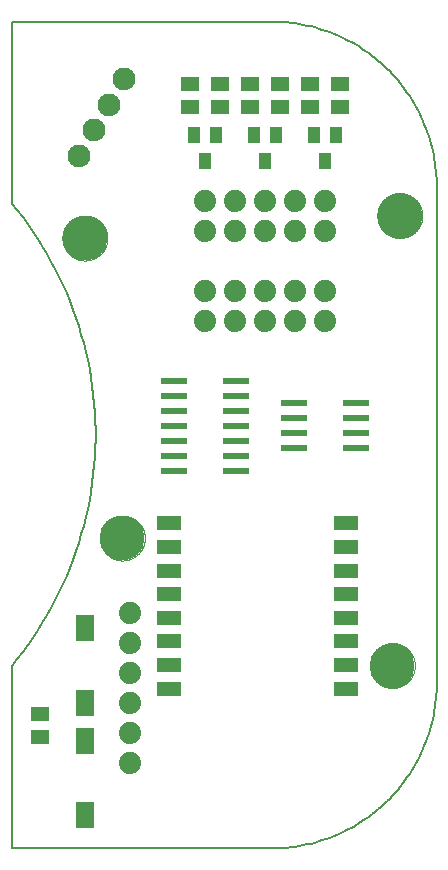
<source format=gts>
G75*
%MOIN*%
%OFA0B0*%
%FSLAX25Y25*%
%IPPOS*%
%LPD*%
%AMOC8*
5,1,8,0,0,1.08239X$1,22.5*
%
%ADD10C,0.00600*%
%ADD11C,0.00000*%
%ADD12C,0.15000*%
%ADD13C,0.07400*%
%ADD14R,0.05906X0.05118*%
%ADD15R,0.08661X0.02362*%
%ADD16C,0.07600*%
%ADD17R,0.07874X0.04724*%
%ADD18R,0.06299X0.09055*%
%ADD19R,0.03937X0.05512*%
D10*
X0044283Y0005655D02*
X0044283Y0066600D01*
X0044283Y0005655D02*
X0130869Y0005655D01*
X0132201Y0005671D01*
X0133532Y0005719D01*
X0134861Y0005800D01*
X0136189Y0005912D01*
X0137513Y0006057D01*
X0138833Y0006233D01*
X0140149Y0006442D01*
X0141459Y0006682D01*
X0142763Y0006954D01*
X0144060Y0007257D01*
X0145349Y0007591D01*
X0146630Y0007956D01*
X0147901Y0008353D01*
X0149163Y0008780D01*
X0150414Y0009237D01*
X0151654Y0009724D01*
X0152881Y0010241D01*
X0154096Y0010788D01*
X0155297Y0011364D01*
X0156484Y0011968D01*
X0157655Y0012602D01*
X0158812Y0013263D01*
X0159951Y0013952D01*
X0161074Y0014668D01*
X0162180Y0015412D01*
X0163267Y0016182D01*
X0164335Y0016977D01*
X0165383Y0017799D01*
X0166411Y0018645D01*
X0167419Y0019517D01*
X0168405Y0020412D01*
X0169370Y0021331D01*
X0170311Y0022272D01*
X0171230Y0023237D01*
X0172125Y0024223D01*
X0172997Y0025231D01*
X0173843Y0026259D01*
X0174665Y0027307D01*
X0175460Y0028375D01*
X0176230Y0029462D01*
X0176974Y0030568D01*
X0177690Y0031691D01*
X0178379Y0032830D01*
X0179040Y0033987D01*
X0179674Y0035158D01*
X0180278Y0036345D01*
X0180854Y0037546D01*
X0181401Y0038761D01*
X0181918Y0039988D01*
X0182405Y0041228D01*
X0182862Y0042479D01*
X0183289Y0043741D01*
X0183686Y0045012D01*
X0184051Y0046293D01*
X0184385Y0047582D01*
X0184688Y0048879D01*
X0184960Y0050183D01*
X0185200Y0051493D01*
X0185409Y0052809D01*
X0185585Y0054129D01*
X0185730Y0055453D01*
X0185842Y0056781D01*
X0185923Y0058110D01*
X0185971Y0059441D01*
X0185987Y0060773D01*
X0185987Y0226128D01*
X0185971Y0227460D01*
X0185923Y0228791D01*
X0185842Y0230120D01*
X0185730Y0231448D01*
X0185585Y0232772D01*
X0185409Y0234092D01*
X0185200Y0235408D01*
X0184960Y0236718D01*
X0184688Y0238022D01*
X0184385Y0239319D01*
X0184051Y0240608D01*
X0183686Y0241889D01*
X0183289Y0243160D01*
X0182862Y0244422D01*
X0182405Y0245673D01*
X0181918Y0246913D01*
X0181401Y0248140D01*
X0180854Y0249355D01*
X0180278Y0250556D01*
X0179674Y0251743D01*
X0179040Y0252914D01*
X0178379Y0254071D01*
X0177690Y0255210D01*
X0176974Y0256333D01*
X0176230Y0257439D01*
X0175460Y0258526D01*
X0174665Y0259594D01*
X0173843Y0260642D01*
X0172997Y0261670D01*
X0172125Y0262678D01*
X0171230Y0263664D01*
X0170311Y0264629D01*
X0169370Y0265570D01*
X0168405Y0266489D01*
X0167419Y0267384D01*
X0166411Y0268256D01*
X0165383Y0269102D01*
X0164335Y0269924D01*
X0163267Y0270719D01*
X0162180Y0271489D01*
X0161074Y0272233D01*
X0159951Y0272949D01*
X0158812Y0273638D01*
X0157655Y0274299D01*
X0156484Y0274933D01*
X0155297Y0275537D01*
X0154096Y0276113D01*
X0152881Y0276660D01*
X0151654Y0277177D01*
X0150414Y0277664D01*
X0149163Y0278121D01*
X0147901Y0278548D01*
X0146630Y0278945D01*
X0145349Y0279310D01*
X0144060Y0279644D01*
X0142763Y0279947D01*
X0141459Y0280219D01*
X0140149Y0280459D01*
X0138833Y0280668D01*
X0137513Y0280844D01*
X0136189Y0280989D01*
X0134861Y0281101D01*
X0133532Y0281182D01*
X0132201Y0281230D01*
X0130869Y0281246D01*
X0044283Y0281246D01*
X0044283Y0220606D01*
X0046142Y0218335D01*
X0047944Y0216019D01*
X0049689Y0213660D01*
X0051376Y0211259D01*
X0053004Y0208817D01*
X0054571Y0206336D01*
X0056077Y0203818D01*
X0057520Y0201263D01*
X0058901Y0198674D01*
X0060218Y0196052D01*
X0061471Y0193398D01*
X0062657Y0190714D01*
X0063778Y0188002D01*
X0064832Y0185264D01*
X0065819Y0182500D01*
X0066738Y0179713D01*
X0067588Y0176905D01*
X0068369Y0174076D01*
X0069081Y0171230D01*
X0069723Y0168366D01*
X0070294Y0165488D01*
X0070795Y0162597D01*
X0071224Y0159694D01*
X0071583Y0156781D01*
X0071870Y0153861D01*
X0072085Y0150935D01*
X0072229Y0148004D01*
X0072301Y0145070D01*
X0072301Y0142136D01*
X0072229Y0139202D01*
X0072085Y0136271D01*
X0071870Y0133345D01*
X0071583Y0130425D01*
X0071224Y0127512D01*
X0070795Y0124609D01*
X0070294Y0121718D01*
X0069723Y0118840D01*
X0069081Y0115976D01*
X0068369Y0113130D01*
X0067588Y0110301D01*
X0066738Y0107493D01*
X0065819Y0104706D01*
X0064832Y0101942D01*
X0063778Y0099204D01*
X0062657Y0096492D01*
X0061471Y0093808D01*
X0060218Y0091154D01*
X0058901Y0088532D01*
X0057520Y0085943D01*
X0056077Y0083388D01*
X0054571Y0080870D01*
X0053004Y0078389D01*
X0051376Y0075947D01*
X0049689Y0073546D01*
X0047944Y0071187D01*
X0046142Y0068871D01*
X0044283Y0066600D01*
D11*
X0073704Y0109100D02*
X0073706Y0109284D01*
X0073713Y0109468D01*
X0073724Y0109652D01*
X0073740Y0109835D01*
X0073760Y0110018D01*
X0073785Y0110200D01*
X0073814Y0110382D01*
X0073848Y0110563D01*
X0073886Y0110743D01*
X0073929Y0110922D01*
X0073976Y0111100D01*
X0074027Y0111277D01*
X0074083Y0111453D01*
X0074142Y0111627D01*
X0074207Y0111799D01*
X0074275Y0111970D01*
X0074347Y0112139D01*
X0074424Y0112307D01*
X0074505Y0112472D01*
X0074590Y0112635D01*
X0074678Y0112797D01*
X0074771Y0112956D01*
X0074868Y0113112D01*
X0074968Y0113267D01*
X0075072Y0113419D01*
X0075180Y0113568D01*
X0075291Y0113714D01*
X0075406Y0113858D01*
X0075525Y0113999D01*
X0075647Y0114137D01*
X0075772Y0114272D01*
X0075901Y0114403D01*
X0076032Y0114532D01*
X0076167Y0114657D01*
X0076305Y0114779D01*
X0076446Y0114898D01*
X0076590Y0115013D01*
X0076736Y0115124D01*
X0076885Y0115232D01*
X0077037Y0115336D01*
X0077192Y0115436D01*
X0077348Y0115533D01*
X0077507Y0115626D01*
X0077669Y0115714D01*
X0077832Y0115799D01*
X0077997Y0115880D01*
X0078165Y0115957D01*
X0078334Y0116029D01*
X0078505Y0116097D01*
X0078677Y0116162D01*
X0078851Y0116221D01*
X0079027Y0116277D01*
X0079204Y0116328D01*
X0079382Y0116375D01*
X0079561Y0116418D01*
X0079741Y0116456D01*
X0079922Y0116490D01*
X0080104Y0116519D01*
X0080286Y0116544D01*
X0080469Y0116564D01*
X0080652Y0116580D01*
X0080836Y0116591D01*
X0081020Y0116598D01*
X0081204Y0116600D01*
X0081388Y0116598D01*
X0081572Y0116591D01*
X0081756Y0116580D01*
X0081939Y0116564D01*
X0082122Y0116544D01*
X0082304Y0116519D01*
X0082486Y0116490D01*
X0082667Y0116456D01*
X0082847Y0116418D01*
X0083026Y0116375D01*
X0083204Y0116328D01*
X0083381Y0116277D01*
X0083557Y0116221D01*
X0083731Y0116162D01*
X0083903Y0116097D01*
X0084074Y0116029D01*
X0084243Y0115957D01*
X0084411Y0115880D01*
X0084576Y0115799D01*
X0084739Y0115714D01*
X0084901Y0115626D01*
X0085060Y0115533D01*
X0085216Y0115436D01*
X0085371Y0115336D01*
X0085523Y0115232D01*
X0085672Y0115124D01*
X0085818Y0115013D01*
X0085962Y0114898D01*
X0086103Y0114779D01*
X0086241Y0114657D01*
X0086376Y0114532D01*
X0086507Y0114403D01*
X0086636Y0114272D01*
X0086761Y0114137D01*
X0086883Y0113999D01*
X0087002Y0113858D01*
X0087117Y0113714D01*
X0087228Y0113568D01*
X0087336Y0113419D01*
X0087440Y0113267D01*
X0087540Y0113112D01*
X0087637Y0112956D01*
X0087730Y0112797D01*
X0087818Y0112635D01*
X0087903Y0112472D01*
X0087984Y0112307D01*
X0088061Y0112139D01*
X0088133Y0111970D01*
X0088201Y0111799D01*
X0088266Y0111627D01*
X0088325Y0111453D01*
X0088381Y0111277D01*
X0088432Y0111100D01*
X0088479Y0110922D01*
X0088522Y0110743D01*
X0088560Y0110563D01*
X0088594Y0110382D01*
X0088623Y0110200D01*
X0088648Y0110018D01*
X0088668Y0109835D01*
X0088684Y0109652D01*
X0088695Y0109468D01*
X0088702Y0109284D01*
X0088704Y0109100D01*
X0088702Y0108916D01*
X0088695Y0108732D01*
X0088684Y0108548D01*
X0088668Y0108365D01*
X0088648Y0108182D01*
X0088623Y0108000D01*
X0088594Y0107818D01*
X0088560Y0107637D01*
X0088522Y0107457D01*
X0088479Y0107278D01*
X0088432Y0107100D01*
X0088381Y0106923D01*
X0088325Y0106747D01*
X0088266Y0106573D01*
X0088201Y0106401D01*
X0088133Y0106230D01*
X0088061Y0106061D01*
X0087984Y0105893D01*
X0087903Y0105728D01*
X0087818Y0105565D01*
X0087730Y0105403D01*
X0087637Y0105244D01*
X0087540Y0105088D01*
X0087440Y0104933D01*
X0087336Y0104781D01*
X0087228Y0104632D01*
X0087117Y0104486D01*
X0087002Y0104342D01*
X0086883Y0104201D01*
X0086761Y0104063D01*
X0086636Y0103928D01*
X0086507Y0103797D01*
X0086376Y0103668D01*
X0086241Y0103543D01*
X0086103Y0103421D01*
X0085962Y0103302D01*
X0085818Y0103187D01*
X0085672Y0103076D01*
X0085523Y0102968D01*
X0085371Y0102864D01*
X0085216Y0102764D01*
X0085060Y0102667D01*
X0084901Y0102574D01*
X0084739Y0102486D01*
X0084576Y0102401D01*
X0084411Y0102320D01*
X0084243Y0102243D01*
X0084074Y0102171D01*
X0083903Y0102103D01*
X0083731Y0102038D01*
X0083557Y0101979D01*
X0083381Y0101923D01*
X0083204Y0101872D01*
X0083026Y0101825D01*
X0082847Y0101782D01*
X0082667Y0101744D01*
X0082486Y0101710D01*
X0082304Y0101681D01*
X0082122Y0101656D01*
X0081939Y0101636D01*
X0081756Y0101620D01*
X0081572Y0101609D01*
X0081388Y0101602D01*
X0081204Y0101600D01*
X0081020Y0101602D01*
X0080836Y0101609D01*
X0080652Y0101620D01*
X0080469Y0101636D01*
X0080286Y0101656D01*
X0080104Y0101681D01*
X0079922Y0101710D01*
X0079741Y0101744D01*
X0079561Y0101782D01*
X0079382Y0101825D01*
X0079204Y0101872D01*
X0079027Y0101923D01*
X0078851Y0101979D01*
X0078677Y0102038D01*
X0078505Y0102103D01*
X0078334Y0102171D01*
X0078165Y0102243D01*
X0077997Y0102320D01*
X0077832Y0102401D01*
X0077669Y0102486D01*
X0077507Y0102574D01*
X0077348Y0102667D01*
X0077192Y0102764D01*
X0077037Y0102864D01*
X0076885Y0102968D01*
X0076736Y0103076D01*
X0076590Y0103187D01*
X0076446Y0103302D01*
X0076305Y0103421D01*
X0076167Y0103543D01*
X0076032Y0103668D01*
X0075901Y0103797D01*
X0075772Y0103928D01*
X0075647Y0104063D01*
X0075525Y0104201D01*
X0075406Y0104342D01*
X0075291Y0104486D01*
X0075180Y0104632D01*
X0075072Y0104781D01*
X0074968Y0104933D01*
X0074868Y0105088D01*
X0074771Y0105244D01*
X0074678Y0105403D01*
X0074590Y0105565D01*
X0074505Y0105728D01*
X0074424Y0105893D01*
X0074347Y0106061D01*
X0074275Y0106230D01*
X0074207Y0106401D01*
X0074142Y0106573D01*
X0074083Y0106747D01*
X0074027Y0106923D01*
X0073976Y0107100D01*
X0073929Y0107278D01*
X0073886Y0107457D01*
X0073848Y0107637D01*
X0073814Y0107818D01*
X0073785Y0108000D01*
X0073760Y0108182D01*
X0073740Y0108365D01*
X0073724Y0108548D01*
X0073713Y0108732D01*
X0073706Y0108916D01*
X0073704Y0109100D01*
X0061204Y0209100D02*
X0061206Y0209284D01*
X0061213Y0209468D01*
X0061224Y0209652D01*
X0061240Y0209835D01*
X0061260Y0210018D01*
X0061285Y0210200D01*
X0061314Y0210382D01*
X0061348Y0210563D01*
X0061386Y0210743D01*
X0061429Y0210922D01*
X0061476Y0211100D01*
X0061527Y0211277D01*
X0061583Y0211453D01*
X0061642Y0211627D01*
X0061707Y0211799D01*
X0061775Y0211970D01*
X0061847Y0212139D01*
X0061924Y0212307D01*
X0062005Y0212472D01*
X0062090Y0212635D01*
X0062178Y0212797D01*
X0062271Y0212956D01*
X0062368Y0213112D01*
X0062468Y0213267D01*
X0062572Y0213419D01*
X0062680Y0213568D01*
X0062791Y0213714D01*
X0062906Y0213858D01*
X0063025Y0213999D01*
X0063147Y0214137D01*
X0063272Y0214272D01*
X0063401Y0214403D01*
X0063532Y0214532D01*
X0063667Y0214657D01*
X0063805Y0214779D01*
X0063946Y0214898D01*
X0064090Y0215013D01*
X0064236Y0215124D01*
X0064385Y0215232D01*
X0064537Y0215336D01*
X0064692Y0215436D01*
X0064848Y0215533D01*
X0065007Y0215626D01*
X0065169Y0215714D01*
X0065332Y0215799D01*
X0065497Y0215880D01*
X0065665Y0215957D01*
X0065834Y0216029D01*
X0066005Y0216097D01*
X0066177Y0216162D01*
X0066351Y0216221D01*
X0066527Y0216277D01*
X0066704Y0216328D01*
X0066882Y0216375D01*
X0067061Y0216418D01*
X0067241Y0216456D01*
X0067422Y0216490D01*
X0067604Y0216519D01*
X0067786Y0216544D01*
X0067969Y0216564D01*
X0068152Y0216580D01*
X0068336Y0216591D01*
X0068520Y0216598D01*
X0068704Y0216600D01*
X0068888Y0216598D01*
X0069072Y0216591D01*
X0069256Y0216580D01*
X0069439Y0216564D01*
X0069622Y0216544D01*
X0069804Y0216519D01*
X0069986Y0216490D01*
X0070167Y0216456D01*
X0070347Y0216418D01*
X0070526Y0216375D01*
X0070704Y0216328D01*
X0070881Y0216277D01*
X0071057Y0216221D01*
X0071231Y0216162D01*
X0071403Y0216097D01*
X0071574Y0216029D01*
X0071743Y0215957D01*
X0071911Y0215880D01*
X0072076Y0215799D01*
X0072239Y0215714D01*
X0072401Y0215626D01*
X0072560Y0215533D01*
X0072716Y0215436D01*
X0072871Y0215336D01*
X0073023Y0215232D01*
X0073172Y0215124D01*
X0073318Y0215013D01*
X0073462Y0214898D01*
X0073603Y0214779D01*
X0073741Y0214657D01*
X0073876Y0214532D01*
X0074007Y0214403D01*
X0074136Y0214272D01*
X0074261Y0214137D01*
X0074383Y0213999D01*
X0074502Y0213858D01*
X0074617Y0213714D01*
X0074728Y0213568D01*
X0074836Y0213419D01*
X0074940Y0213267D01*
X0075040Y0213112D01*
X0075137Y0212956D01*
X0075230Y0212797D01*
X0075318Y0212635D01*
X0075403Y0212472D01*
X0075484Y0212307D01*
X0075561Y0212139D01*
X0075633Y0211970D01*
X0075701Y0211799D01*
X0075766Y0211627D01*
X0075825Y0211453D01*
X0075881Y0211277D01*
X0075932Y0211100D01*
X0075979Y0210922D01*
X0076022Y0210743D01*
X0076060Y0210563D01*
X0076094Y0210382D01*
X0076123Y0210200D01*
X0076148Y0210018D01*
X0076168Y0209835D01*
X0076184Y0209652D01*
X0076195Y0209468D01*
X0076202Y0209284D01*
X0076204Y0209100D01*
X0076202Y0208916D01*
X0076195Y0208732D01*
X0076184Y0208548D01*
X0076168Y0208365D01*
X0076148Y0208182D01*
X0076123Y0208000D01*
X0076094Y0207818D01*
X0076060Y0207637D01*
X0076022Y0207457D01*
X0075979Y0207278D01*
X0075932Y0207100D01*
X0075881Y0206923D01*
X0075825Y0206747D01*
X0075766Y0206573D01*
X0075701Y0206401D01*
X0075633Y0206230D01*
X0075561Y0206061D01*
X0075484Y0205893D01*
X0075403Y0205728D01*
X0075318Y0205565D01*
X0075230Y0205403D01*
X0075137Y0205244D01*
X0075040Y0205088D01*
X0074940Y0204933D01*
X0074836Y0204781D01*
X0074728Y0204632D01*
X0074617Y0204486D01*
X0074502Y0204342D01*
X0074383Y0204201D01*
X0074261Y0204063D01*
X0074136Y0203928D01*
X0074007Y0203797D01*
X0073876Y0203668D01*
X0073741Y0203543D01*
X0073603Y0203421D01*
X0073462Y0203302D01*
X0073318Y0203187D01*
X0073172Y0203076D01*
X0073023Y0202968D01*
X0072871Y0202864D01*
X0072716Y0202764D01*
X0072560Y0202667D01*
X0072401Y0202574D01*
X0072239Y0202486D01*
X0072076Y0202401D01*
X0071911Y0202320D01*
X0071743Y0202243D01*
X0071574Y0202171D01*
X0071403Y0202103D01*
X0071231Y0202038D01*
X0071057Y0201979D01*
X0070881Y0201923D01*
X0070704Y0201872D01*
X0070526Y0201825D01*
X0070347Y0201782D01*
X0070167Y0201744D01*
X0069986Y0201710D01*
X0069804Y0201681D01*
X0069622Y0201656D01*
X0069439Y0201636D01*
X0069256Y0201620D01*
X0069072Y0201609D01*
X0068888Y0201602D01*
X0068704Y0201600D01*
X0068520Y0201602D01*
X0068336Y0201609D01*
X0068152Y0201620D01*
X0067969Y0201636D01*
X0067786Y0201656D01*
X0067604Y0201681D01*
X0067422Y0201710D01*
X0067241Y0201744D01*
X0067061Y0201782D01*
X0066882Y0201825D01*
X0066704Y0201872D01*
X0066527Y0201923D01*
X0066351Y0201979D01*
X0066177Y0202038D01*
X0066005Y0202103D01*
X0065834Y0202171D01*
X0065665Y0202243D01*
X0065497Y0202320D01*
X0065332Y0202401D01*
X0065169Y0202486D01*
X0065007Y0202574D01*
X0064848Y0202667D01*
X0064692Y0202764D01*
X0064537Y0202864D01*
X0064385Y0202968D01*
X0064236Y0203076D01*
X0064090Y0203187D01*
X0063946Y0203302D01*
X0063805Y0203421D01*
X0063667Y0203543D01*
X0063532Y0203668D01*
X0063401Y0203797D01*
X0063272Y0203928D01*
X0063147Y0204063D01*
X0063025Y0204201D01*
X0062906Y0204342D01*
X0062791Y0204486D01*
X0062680Y0204632D01*
X0062572Y0204781D01*
X0062468Y0204933D01*
X0062368Y0205088D01*
X0062271Y0205244D01*
X0062178Y0205403D01*
X0062090Y0205565D01*
X0062005Y0205728D01*
X0061924Y0205893D01*
X0061847Y0206061D01*
X0061775Y0206230D01*
X0061707Y0206401D01*
X0061642Y0206573D01*
X0061583Y0206747D01*
X0061527Y0206923D01*
X0061476Y0207100D01*
X0061429Y0207278D01*
X0061386Y0207457D01*
X0061348Y0207637D01*
X0061314Y0207818D01*
X0061285Y0208000D01*
X0061260Y0208182D01*
X0061240Y0208365D01*
X0061224Y0208548D01*
X0061213Y0208732D01*
X0061206Y0208916D01*
X0061204Y0209100D01*
X0163704Y0066600D02*
X0163706Y0066784D01*
X0163713Y0066968D01*
X0163724Y0067152D01*
X0163740Y0067335D01*
X0163760Y0067518D01*
X0163785Y0067700D01*
X0163814Y0067882D01*
X0163848Y0068063D01*
X0163886Y0068243D01*
X0163929Y0068422D01*
X0163976Y0068600D01*
X0164027Y0068777D01*
X0164083Y0068953D01*
X0164142Y0069127D01*
X0164207Y0069299D01*
X0164275Y0069470D01*
X0164347Y0069639D01*
X0164424Y0069807D01*
X0164505Y0069972D01*
X0164590Y0070135D01*
X0164678Y0070297D01*
X0164771Y0070456D01*
X0164868Y0070612D01*
X0164968Y0070767D01*
X0165072Y0070919D01*
X0165180Y0071068D01*
X0165291Y0071214D01*
X0165406Y0071358D01*
X0165525Y0071499D01*
X0165647Y0071637D01*
X0165772Y0071772D01*
X0165901Y0071903D01*
X0166032Y0072032D01*
X0166167Y0072157D01*
X0166305Y0072279D01*
X0166446Y0072398D01*
X0166590Y0072513D01*
X0166736Y0072624D01*
X0166885Y0072732D01*
X0167037Y0072836D01*
X0167192Y0072936D01*
X0167348Y0073033D01*
X0167507Y0073126D01*
X0167669Y0073214D01*
X0167832Y0073299D01*
X0167997Y0073380D01*
X0168165Y0073457D01*
X0168334Y0073529D01*
X0168505Y0073597D01*
X0168677Y0073662D01*
X0168851Y0073721D01*
X0169027Y0073777D01*
X0169204Y0073828D01*
X0169382Y0073875D01*
X0169561Y0073918D01*
X0169741Y0073956D01*
X0169922Y0073990D01*
X0170104Y0074019D01*
X0170286Y0074044D01*
X0170469Y0074064D01*
X0170652Y0074080D01*
X0170836Y0074091D01*
X0171020Y0074098D01*
X0171204Y0074100D01*
X0171388Y0074098D01*
X0171572Y0074091D01*
X0171756Y0074080D01*
X0171939Y0074064D01*
X0172122Y0074044D01*
X0172304Y0074019D01*
X0172486Y0073990D01*
X0172667Y0073956D01*
X0172847Y0073918D01*
X0173026Y0073875D01*
X0173204Y0073828D01*
X0173381Y0073777D01*
X0173557Y0073721D01*
X0173731Y0073662D01*
X0173903Y0073597D01*
X0174074Y0073529D01*
X0174243Y0073457D01*
X0174411Y0073380D01*
X0174576Y0073299D01*
X0174739Y0073214D01*
X0174901Y0073126D01*
X0175060Y0073033D01*
X0175216Y0072936D01*
X0175371Y0072836D01*
X0175523Y0072732D01*
X0175672Y0072624D01*
X0175818Y0072513D01*
X0175962Y0072398D01*
X0176103Y0072279D01*
X0176241Y0072157D01*
X0176376Y0072032D01*
X0176507Y0071903D01*
X0176636Y0071772D01*
X0176761Y0071637D01*
X0176883Y0071499D01*
X0177002Y0071358D01*
X0177117Y0071214D01*
X0177228Y0071068D01*
X0177336Y0070919D01*
X0177440Y0070767D01*
X0177540Y0070612D01*
X0177637Y0070456D01*
X0177730Y0070297D01*
X0177818Y0070135D01*
X0177903Y0069972D01*
X0177984Y0069807D01*
X0178061Y0069639D01*
X0178133Y0069470D01*
X0178201Y0069299D01*
X0178266Y0069127D01*
X0178325Y0068953D01*
X0178381Y0068777D01*
X0178432Y0068600D01*
X0178479Y0068422D01*
X0178522Y0068243D01*
X0178560Y0068063D01*
X0178594Y0067882D01*
X0178623Y0067700D01*
X0178648Y0067518D01*
X0178668Y0067335D01*
X0178684Y0067152D01*
X0178695Y0066968D01*
X0178702Y0066784D01*
X0178704Y0066600D01*
X0178702Y0066416D01*
X0178695Y0066232D01*
X0178684Y0066048D01*
X0178668Y0065865D01*
X0178648Y0065682D01*
X0178623Y0065500D01*
X0178594Y0065318D01*
X0178560Y0065137D01*
X0178522Y0064957D01*
X0178479Y0064778D01*
X0178432Y0064600D01*
X0178381Y0064423D01*
X0178325Y0064247D01*
X0178266Y0064073D01*
X0178201Y0063901D01*
X0178133Y0063730D01*
X0178061Y0063561D01*
X0177984Y0063393D01*
X0177903Y0063228D01*
X0177818Y0063065D01*
X0177730Y0062903D01*
X0177637Y0062744D01*
X0177540Y0062588D01*
X0177440Y0062433D01*
X0177336Y0062281D01*
X0177228Y0062132D01*
X0177117Y0061986D01*
X0177002Y0061842D01*
X0176883Y0061701D01*
X0176761Y0061563D01*
X0176636Y0061428D01*
X0176507Y0061297D01*
X0176376Y0061168D01*
X0176241Y0061043D01*
X0176103Y0060921D01*
X0175962Y0060802D01*
X0175818Y0060687D01*
X0175672Y0060576D01*
X0175523Y0060468D01*
X0175371Y0060364D01*
X0175216Y0060264D01*
X0175060Y0060167D01*
X0174901Y0060074D01*
X0174739Y0059986D01*
X0174576Y0059901D01*
X0174411Y0059820D01*
X0174243Y0059743D01*
X0174074Y0059671D01*
X0173903Y0059603D01*
X0173731Y0059538D01*
X0173557Y0059479D01*
X0173381Y0059423D01*
X0173204Y0059372D01*
X0173026Y0059325D01*
X0172847Y0059282D01*
X0172667Y0059244D01*
X0172486Y0059210D01*
X0172304Y0059181D01*
X0172122Y0059156D01*
X0171939Y0059136D01*
X0171756Y0059120D01*
X0171572Y0059109D01*
X0171388Y0059102D01*
X0171204Y0059100D01*
X0171020Y0059102D01*
X0170836Y0059109D01*
X0170652Y0059120D01*
X0170469Y0059136D01*
X0170286Y0059156D01*
X0170104Y0059181D01*
X0169922Y0059210D01*
X0169741Y0059244D01*
X0169561Y0059282D01*
X0169382Y0059325D01*
X0169204Y0059372D01*
X0169027Y0059423D01*
X0168851Y0059479D01*
X0168677Y0059538D01*
X0168505Y0059603D01*
X0168334Y0059671D01*
X0168165Y0059743D01*
X0167997Y0059820D01*
X0167832Y0059901D01*
X0167669Y0059986D01*
X0167507Y0060074D01*
X0167348Y0060167D01*
X0167192Y0060264D01*
X0167037Y0060364D01*
X0166885Y0060468D01*
X0166736Y0060576D01*
X0166590Y0060687D01*
X0166446Y0060802D01*
X0166305Y0060921D01*
X0166167Y0061043D01*
X0166032Y0061168D01*
X0165901Y0061297D01*
X0165772Y0061428D01*
X0165647Y0061563D01*
X0165525Y0061701D01*
X0165406Y0061842D01*
X0165291Y0061986D01*
X0165180Y0062132D01*
X0165072Y0062281D01*
X0164968Y0062433D01*
X0164868Y0062588D01*
X0164771Y0062744D01*
X0164678Y0062903D01*
X0164590Y0063065D01*
X0164505Y0063228D01*
X0164424Y0063393D01*
X0164347Y0063561D01*
X0164275Y0063730D01*
X0164207Y0063901D01*
X0164142Y0064073D01*
X0164083Y0064247D01*
X0164027Y0064423D01*
X0163976Y0064600D01*
X0163929Y0064778D01*
X0163886Y0064957D01*
X0163848Y0065137D01*
X0163814Y0065318D01*
X0163785Y0065500D01*
X0163760Y0065682D01*
X0163740Y0065865D01*
X0163724Y0066048D01*
X0163713Y0066232D01*
X0163706Y0066416D01*
X0163704Y0066600D01*
X0166204Y0216600D02*
X0166206Y0216784D01*
X0166213Y0216968D01*
X0166224Y0217152D01*
X0166240Y0217335D01*
X0166260Y0217518D01*
X0166285Y0217700D01*
X0166314Y0217882D01*
X0166348Y0218063D01*
X0166386Y0218243D01*
X0166429Y0218422D01*
X0166476Y0218600D01*
X0166527Y0218777D01*
X0166583Y0218953D01*
X0166642Y0219127D01*
X0166707Y0219299D01*
X0166775Y0219470D01*
X0166847Y0219639D01*
X0166924Y0219807D01*
X0167005Y0219972D01*
X0167090Y0220135D01*
X0167178Y0220297D01*
X0167271Y0220456D01*
X0167368Y0220612D01*
X0167468Y0220767D01*
X0167572Y0220919D01*
X0167680Y0221068D01*
X0167791Y0221214D01*
X0167906Y0221358D01*
X0168025Y0221499D01*
X0168147Y0221637D01*
X0168272Y0221772D01*
X0168401Y0221903D01*
X0168532Y0222032D01*
X0168667Y0222157D01*
X0168805Y0222279D01*
X0168946Y0222398D01*
X0169090Y0222513D01*
X0169236Y0222624D01*
X0169385Y0222732D01*
X0169537Y0222836D01*
X0169692Y0222936D01*
X0169848Y0223033D01*
X0170007Y0223126D01*
X0170169Y0223214D01*
X0170332Y0223299D01*
X0170497Y0223380D01*
X0170665Y0223457D01*
X0170834Y0223529D01*
X0171005Y0223597D01*
X0171177Y0223662D01*
X0171351Y0223721D01*
X0171527Y0223777D01*
X0171704Y0223828D01*
X0171882Y0223875D01*
X0172061Y0223918D01*
X0172241Y0223956D01*
X0172422Y0223990D01*
X0172604Y0224019D01*
X0172786Y0224044D01*
X0172969Y0224064D01*
X0173152Y0224080D01*
X0173336Y0224091D01*
X0173520Y0224098D01*
X0173704Y0224100D01*
X0173888Y0224098D01*
X0174072Y0224091D01*
X0174256Y0224080D01*
X0174439Y0224064D01*
X0174622Y0224044D01*
X0174804Y0224019D01*
X0174986Y0223990D01*
X0175167Y0223956D01*
X0175347Y0223918D01*
X0175526Y0223875D01*
X0175704Y0223828D01*
X0175881Y0223777D01*
X0176057Y0223721D01*
X0176231Y0223662D01*
X0176403Y0223597D01*
X0176574Y0223529D01*
X0176743Y0223457D01*
X0176911Y0223380D01*
X0177076Y0223299D01*
X0177239Y0223214D01*
X0177401Y0223126D01*
X0177560Y0223033D01*
X0177716Y0222936D01*
X0177871Y0222836D01*
X0178023Y0222732D01*
X0178172Y0222624D01*
X0178318Y0222513D01*
X0178462Y0222398D01*
X0178603Y0222279D01*
X0178741Y0222157D01*
X0178876Y0222032D01*
X0179007Y0221903D01*
X0179136Y0221772D01*
X0179261Y0221637D01*
X0179383Y0221499D01*
X0179502Y0221358D01*
X0179617Y0221214D01*
X0179728Y0221068D01*
X0179836Y0220919D01*
X0179940Y0220767D01*
X0180040Y0220612D01*
X0180137Y0220456D01*
X0180230Y0220297D01*
X0180318Y0220135D01*
X0180403Y0219972D01*
X0180484Y0219807D01*
X0180561Y0219639D01*
X0180633Y0219470D01*
X0180701Y0219299D01*
X0180766Y0219127D01*
X0180825Y0218953D01*
X0180881Y0218777D01*
X0180932Y0218600D01*
X0180979Y0218422D01*
X0181022Y0218243D01*
X0181060Y0218063D01*
X0181094Y0217882D01*
X0181123Y0217700D01*
X0181148Y0217518D01*
X0181168Y0217335D01*
X0181184Y0217152D01*
X0181195Y0216968D01*
X0181202Y0216784D01*
X0181204Y0216600D01*
X0181202Y0216416D01*
X0181195Y0216232D01*
X0181184Y0216048D01*
X0181168Y0215865D01*
X0181148Y0215682D01*
X0181123Y0215500D01*
X0181094Y0215318D01*
X0181060Y0215137D01*
X0181022Y0214957D01*
X0180979Y0214778D01*
X0180932Y0214600D01*
X0180881Y0214423D01*
X0180825Y0214247D01*
X0180766Y0214073D01*
X0180701Y0213901D01*
X0180633Y0213730D01*
X0180561Y0213561D01*
X0180484Y0213393D01*
X0180403Y0213228D01*
X0180318Y0213065D01*
X0180230Y0212903D01*
X0180137Y0212744D01*
X0180040Y0212588D01*
X0179940Y0212433D01*
X0179836Y0212281D01*
X0179728Y0212132D01*
X0179617Y0211986D01*
X0179502Y0211842D01*
X0179383Y0211701D01*
X0179261Y0211563D01*
X0179136Y0211428D01*
X0179007Y0211297D01*
X0178876Y0211168D01*
X0178741Y0211043D01*
X0178603Y0210921D01*
X0178462Y0210802D01*
X0178318Y0210687D01*
X0178172Y0210576D01*
X0178023Y0210468D01*
X0177871Y0210364D01*
X0177716Y0210264D01*
X0177560Y0210167D01*
X0177401Y0210074D01*
X0177239Y0209986D01*
X0177076Y0209901D01*
X0176911Y0209820D01*
X0176743Y0209743D01*
X0176574Y0209671D01*
X0176403Y0209603D01*
X0176231Y0209538D01*
X0176057Y0209479D01*
X0175881Y0209423D01*
X0175704Y0209372D01*
X0175526Y0209325D01*
X0175347Y0209282D01*
X0175167Y0209244D01*
X0174986Y0209210D01*
X0174804Y0209181D01*
X0174622Y0209156D01*
X0174439Y0209136D01*
X0174256Y0209120D01*
X0174072Y0209109D01*
X0173888Y0209102D01*
X0173704Y0209100D01*
X0173520Y0209102D01*
X0173336Y0209109D01*
X0173152Y0209120D01*
X0172969Y0209136D01*
X0172786Y0209156D01*
X0172604Y0209181D01*
X0172422Y0209210D01*
X0172241Y0209244D01*
X0172061Y0209282D01*
X0171882Y0209325D01*
X0171704Y0209372D01*
X0171527Y0209423D01*
X0171351Y0209479D01*
X0171177Y0209538D01*
X0171005Y0209603D01*
X0170834Y0209671D01*
X0170665Y0209743D01*
X0170497Y0209820D01*
X0170332Y0209901D01*
X0170169Y0209986D01*
X0170007Y0210074D01*
X0169848Y0210167D01*
X0169692Y0210264D01*
X0169537Y0210364D01*
X0169385Y0210468D01*
X0169236Y0210576D01*
X0169090Y0210687D01*
X0168946Y0210802D01*
X0168805Y0210921D01*
X0168667Y0211043D01*
X0168532Y0211168D01*
X0168401Y0211297D01*
X0168272Y0211428D01*
X0168147Y0211563D01*
X0168025Y0211701D01*
X0167906Y0211842D01*
X0167791Y0211986D01*
X0167680Y0212132D01*
X0167572Y0212281D01*
X0167468Y0212433D01*
X0167368Y0212588D01*
X0167271Y0212744D01*
X0167178Y0212903D01*
X0167090Y0213065D01*
X0167005Y0213228D01*
X0166924Y0213393D01*
X0166847Y0213561D01*
X0166775Y0213730D01*
X0166707Y0213901D01*
X0166642Y0214073D01*
X0166583Y0214247D01*
X0166527Y0214423D01*
X0166476Y0214600D01*
X0166429Y0214778D01*
X0166386Y0214957D01*
X0166348Y0215137D01*
X0166314Y0215318D01*
X0166285Y0215500D01*
X0166260Y0215682D01*
X0166240Y0215865D01*
X0166224Y0216048D01*
X0166213Y0216232D01*
X0166206Y0216416D01*
X0166204Y0216600D01*
D12*
X0173704Y0216600D03*
X0081204Y0109100D03*
X0068704Y0209100D03*
X0171204Y0066600D03*
D13*
X0148704Y0181600D03*
X0148704Y0191600D03*
X0138704Y0191600D03*
X0138704Y0181600D03*
X0128704Y0181600D03*
X0128704Y0191600D03*
X0118704Y0191600D03*
X0118704Y0181600D03*
X0108704Y0181600D03*
X0108704Y0191600D03*
X0108704Y0211600D03*
X0108704Y0221600D03*
X0118704Y0221600D03*
X0118704Y0211600D03*
X0128704Y0211600D03*
X0128704Y0221600D03*
X0138704Y0221600D03*
X0138704Y0211600D03*
X0148704Y0211600D03*
X0148704Y0221600D03*
X0083704Y0084100D03*
X0083704Y0074100D03*
X0083704Y0064100D03*
X0083704Y0054100D03*
X0083704Y0044100D03*
X0083704Y0034100D03*
D14*
X0053704Y0042860D03*
X0053704Y0050340D03*
X0103704Y0252860D03*
X0103704Y0260340D03*
X0113704Y0260340D03*
X0113704Y0252860D03*
X0123704Y0252860D03*
X0123704Y0260340D03*
X0133704Y0260340D03*
X0133704Y0252860D03*
X0143704Y0252860D03*
X0143704Y0260340D03*
X0153704Y0260340D03*
X0153704Y0252860D03*
D15*
X0118940Y0161600D03*
X0118940Y0156600D03*
X0118940Y0151600D03*
X0118940Y0146600D03*
X0118940Y0141600D03*
X0118940Y0136600D03*
X0118940Y0131600D03*
X0138468Y0139100D03*
X0138468Y0144100D03*
X0138468Y0149100D03*
X0138468Y0154100D03*
X0158940Y0154100D03*
X0158940Y0149100D03*
X0158940Y0144100D03*
X0158940Y0139100D03*
X0098468Y0136600D03*
X0098468Y0131600D03*
X0098468Y0141600D03*
X0098468Y0146600D03*
X0098468Y0151600D03*
X0098468Y0156600D03*
X0098468Y0161600D03*
D16*
X0066874Y0236289D03*
X0071874Y0244949D03*
X0076874Y0253610D03*
X0081874Y0262270D03*
D17*
X0096676Y0114002D03*
X0096676Y0106128D03*
X0096676Y0098254D03*
X0096676Y0090380D03*
X0096676Y0082506D03*
X0096676Y0074631D03*
X0096676Y0066757D03*
X0096676Y0058883D03*
X0155732Y0058883D03*
X0155732Y0066757D03*
X0155732Y0074631D03*
X0155732Y0082506D03*
X0155732Y0090380D03*
X0155732Y0098254D03*
X0155732Y0106128D03*
X0155732Y0114002D03*
D18*
X0068704Y0079002D03*
X0068704Y0054198D03*
X0068704Y0041502D03*
X0068704Y0016698D03*
D19*
X0108704Y0234769D03*
X0104964Y0243431D03*
X0112444Y0243431D03*
X0124964Y0243431D03*
X0128704Y0234769D03*
X0132444Y0243431D03*
X0144964Y0243431D03*
X0148704Y0234769D03*
X0152444Y0243431D03*
M02*

</source>
